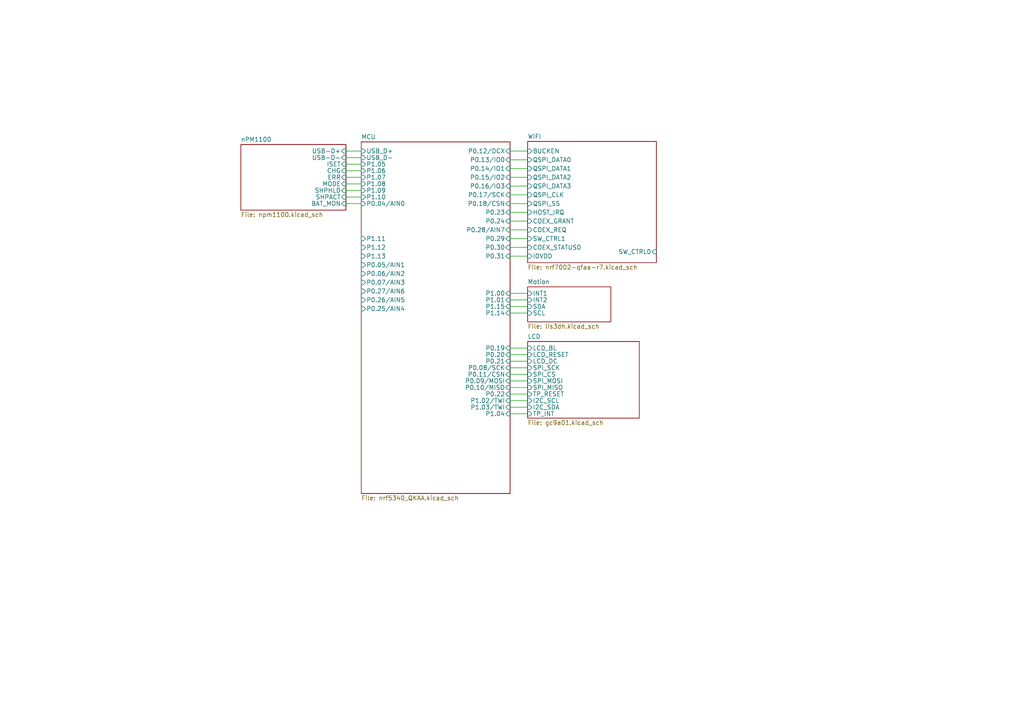
<source format=kicad_sch>
(kicad_sch (version 20230121) (generator eeschema)
  (paper "A4")
  (lib_symbols)
  (wire (pts (xy 100.33 53.34) (xy 104.775 53.34)))
  (wire (pts (xy 147.955 74.295) (xy 153.035 74.295)))
  (wire (pts (xy 147.955 116.205) (xy 153.035 116.205)))
  (wire (pts (xy 147.955 51.435) (xy 153.035 51.435)))
  (wire (pts (xy 147.955 110.49) (xy 153.035 110.49)))
  (wire (pts (xy 147.955 69.215) (xy 153.035 69.215)))
  (wire (pts (xy 147.955 66.675) (xy 153.035 66.675)))
  (wire (pts (xy 100.33 47.625) (xy 104.775 47.625)))
  (wire (pts (xy 147.955 86.995) (xy 153.035 86.995)))
  (wire (pts (xy 147.955 56.515) (xy 153.035 56.515)))
  (wire (pts (xy 147.955 59.055) (xy 153.035 59.055)))
  (wire (pts (xy 100.33 45.72) (xy 104.775 45.72)))
  (wire (pts (xy 147.955 90.805) (xy 153.035 90.805)))
  (wire (pts (xy 147.955 112.395) (xy 153.035 112.395)))
  (wire (pts (xy 100.33 57.15) (xy 104.775 57.15)))
  (wire (pts (xy 147.955 114.3) (xy 153.035 114.3)))
  (wire (pts (xy 147.955 100.965) (xy 153.035 100.965)))
  (wire (pts (xy 147.955 71.755) (xy 153.035 71.755)))
  (wire (pts (xy 100.33 55.245) (xy 104.775 55.245)))
  (wire (pts (xy 147.955 104.775) (xy 153.035 104.775)))
  (wire (pts (xy 147.955 118.11) (xy 153.035 118.11)))
  (wire (pts (xy 147.955 88.9) (xy 153.035 88.9)))
  (wire (pts (xy 147.955 108.585) (xy 153.035 108.585)))
  (wire (pts (xy 147.955 64.135) (xy 153.035 64.135)))
  (wire (pts (xy 147.955 53.975) (xy 153.035 53.975)))
  (wire (pts (xy 100.33 51.435) (xy 104.775 51.435)))
  (wire (pts (xy 147.955 106.68) (xy 153.035 106.68)))
  (wire (pts (xy 147.955 120.015) (xy 153.035 120.015)))
  (wire (pts (xy 147.955 43.815) (xy 153.035 43.815)))
  (wire (pts (xy 100.33 43.815) (xy 104.775 43.815)))
  (wire (pts (xy 147.955 85.09) (xy 153.035 85.09)))
  (wire (pts (xy 147.955 102.87) (xy 153.035 102.87)))
  (wire (pts (xy 147.955 46.355) (xy 153.035 46.355)))
  (wire (pts (xy 100.33 59.055) (xy 104.775 59.055)))
  (wire (pts (xy 147.955 61.595) (xy 153.035 61.595)))
  (wire (pts (xy 100.33 49.53) (xy 104.775 49.53)))
  (wire (pts (xy 147.955 48.895) (xy 153.035 48.895)))
  (sheet (at 69.85 41.91) (size 30.48 19.05) (stroke (width 0.1524))
    (property "Sheetname" "nPM1100" (at 69.85 41.1984 0) (effects (justify left bottom)))
    (property "Sheetfile" "npm1100.kicad_sch" (at 69.85 61.5446 0) (effects (justify left top)))
    (pin "USB-D+" input (at 100.33 43.815 0))
    (pin "USB-D-" input (at 100.33 45.72 0))
    (pin "ISET" input (at 100.33 47.625 0))
    (pin "CHG" input (at 100.33 49.53 0))
    (pin "ERR" input (at 100.33 51.435 0))
    (pin "SHPHLD" input (at 100.33 55.245 0))
    (pin "MODE" input (at 100.33 53.34 0))
    (pin "SHPACT" input (at 100.33 57.15 0))
    (pin "BAT_MON" input (at 100.33 59.055 0))
  )
  (sheet (at 153.035 83.185) (size 24.13 10.16) (stroke (width 0.1524))
    (property "Sheetname" "Motion" (at 153.035 82.4734 0) (effects (justify left bottom)))
    (property "Sheetfile" "lis3dh.kicad_sch" (at 153.035 93.9296 0) (effects (justify left top)))
    (pin "INT2" input (at 153.035 86.995 180))
    (pin "SCL" input (at 153.035 90.805 180))
    (pin "SDA" input (at 153.035 88.9 180))
    (pin "INT1" input (at 153.035 85.09 180))
  )
  (sheet (at 104.775 41.148) (size 43.18 101.981) (stroke (width 0.1524))
    (property "Sheetname" "MCU" (at 104.775 40.4364 0) (effects (justify left bottom)))
    (property "Sheetfile" "nrf5340_QKAA.kicad_sch" (at 104.775 143.7136 0) (effects (justify left top)))
    (pin "P0.04{slash}AIN0" input (at 104.775 59.055 180))
    (pin "P0.05{slash}AIN1" input (at 104.775 76.835 180))
    (pin "P0.08{slash}SCK" input (at 147.955 106.68 0))
    (pin "P0.10{slash}MISO" input (at 147.955 112.395 0))
    (pin "P0.11{slash}CSN" input (at 147.955 108.585 0))
    (pin "P0.06{slash}AIN2" input (at 104.775 79.375 180))
    (pin "P0.07{slash}AIN3" input (at 104.775 81.915 180))
    (pin "P0.09{slash}MOSI" input (at 147.955 110.49 0))
    (pin "P1.15" input (at 147.955 88.9 0))
    (pin "P1.02{slash}TWI" input (at 147.955 116.205 0))
    (pin "P1.03{slash}TWI" input (at 147.955 118.11 0))
    (pin "P1.01" input (at 147.955 86.995 0))
    (pin "P1.00" input (at 147.955 85.09 0))
    (pin "P1.12" input (at 104.775 71.755 180))
    (pin "P1.13" input (at 104.775 74.295 180))
    (pin "P1.14" input (at 147.955 90.805 0))
    (pin "P1.10" input (at 104.775 57.15 180))
    (pin "P1.11" input (at 104.775 69.215 180))
    (pin "P1.09" input (at 104.775 55.245 180))
    (pin "P1.06" input (at 104.775 49.53 180))
    (pin "P1.07" input (at 104.775 51.435 180))
    (pin "P1.05" input (at 104.775 47.625 180))
    (pin "P1.04" input (at 147.955 120.015 0))
    (pin "P1.08" input (at 104.775 53.34 180))
    (pin "P0.25{slash}AIN4" input (at 104.775 89.535 180))
    (pin "P0.30" input (at 147.955 71.755 0))
    (pin "P0.31" input (at 147.955 74.295 0))
    (pin "P0.28{slash}AIN7" input (at 147.955 66.675 0))
    (pin "P0.26{slash}AIN5" input (at 104.775 86.995 180))
    (pin "P0.27{slash}AIN6" input (at 104.775 84.455 180))
    (pin "P0.29" input (at 147.955 69.215 0))
    (pin "P0.24" input (at 147.955 64.135 0))
    (pin "P0.22" input (at 147.955 114.3 0))
    (pin "P0.23" input (at 147.955 61.595 0))
    (pin "P0.15{slash}IO2" input (at 147.955 51.435 0))
    (pin "P0.13{slash}IO0" input (at 147.955 46.355 0))
    (pin "P0.16{slash}IO3" input (at 147.955 53.975 0))
    (pin "P0.12{slash}DCX" input (at 147.955 43.815 0))
    (pin "P0.14{slash}IO1" input (at 147.955 48.895 0))
    (pin "P0.20" input (at 147.955 102.87 0))
    (pin "P0.17{slash}SCK" input (at 147.955 56.515 0))
    (pin "P0.18{slash}CSN" input (at 147.955 59.055 0))
    (pin "P0.19" input (at 147.955 100.965 0))
    (pin "P0.21" input (at 147.955 104.775 0))
    (pin "USB_D+" input (at 104.775 43.815 180))
    (pin "USB_D-" input (at 104.775 45.72 180))
  )
  (sheet (at 153.035 41.021) (size 37.338 35.179) (stroke (width 0.1524))
    (property "Sheetname" "WIFI" (at 153.035 40.3094 0) (effects (justify left bottom)))
    (property "Sheetfile" "nrf7002-qfaa-r7.kicad_sch" (at 153.035 76.7846 0) (effects (justify left top)))
    (pin "QSPI_DATA2" input (at 153.035 51.435 180))
    (pin "QSPI_DATA3" input (at 153.035 53.975 180))
    (pin "QSPI_DATA0" input (at 153.035 46.355 180))
    (pin "QSPI_DATA1" input (at 153.035 48.895 180))
    (pin "BUCKEN" input (at 153.035 43.815 180))
    (pin "COEX_STATUS0" input (at 153.035 71.755 180))
    (pin "COEX_REQ" input (at 153.035 66.675 180))
    (pin "QSPI_CLK" input (at 153.035 56.515 180))
    (pin "QSPI_SS" input (at 153.035 59.055 180))
    (pin "COEX_GRANT" input (at 153.035 64.135 180))
    (pin "SW_CTRL0" input (at 190.373 73.025 0))
    (pin "SW_CTRL1" input (at 153.035 69.215 180))
    (pin "HOST_IRQ" input (at 153.035 61.595 180))
    (pin "IOVDD" input (at 153.035 74.295 180))
  )
  (sheet (at 153.035 99.06) (size 32.385 22.225) (stroke (width 0.1524))
    (property "Sheetname" "LCD" (at 153.035 98.3484 0) (effects (justify left bottom)))
    (property "Sheetfile" "gc9a01.kicad_sch" (at 153.035 121.8696 0) (effects (justify left top)))
    (pin "SPI_SCK" input (at 153.035 106.68 180))
    (pin "SPI_CS" input (at 153.035 108.585 180))
    (pin "I2C_SDA" input (at 153.035 118.11 180))
    (pin "SPI_MOSI" input (at 153.035 110.49 180))
    (pin "LCD_DC" input (at 153.035 104.775 180))
    (pin "SPI_MISO" input (at 153.035 112.395 180))
    (pin "TP_RESET" input (at 153.035 114.3 180))
    (pin "I2C_SCL" input (at 153.035 116.205 180))
    (pin "LCD_RESET" input (at 153.035 102.87 180))
    (pin "LCD_BL" input (at 153.035 100.965 180))
    (pin "TP_INT" input (at 153.035 120.015 180))
  )
)
</source>
